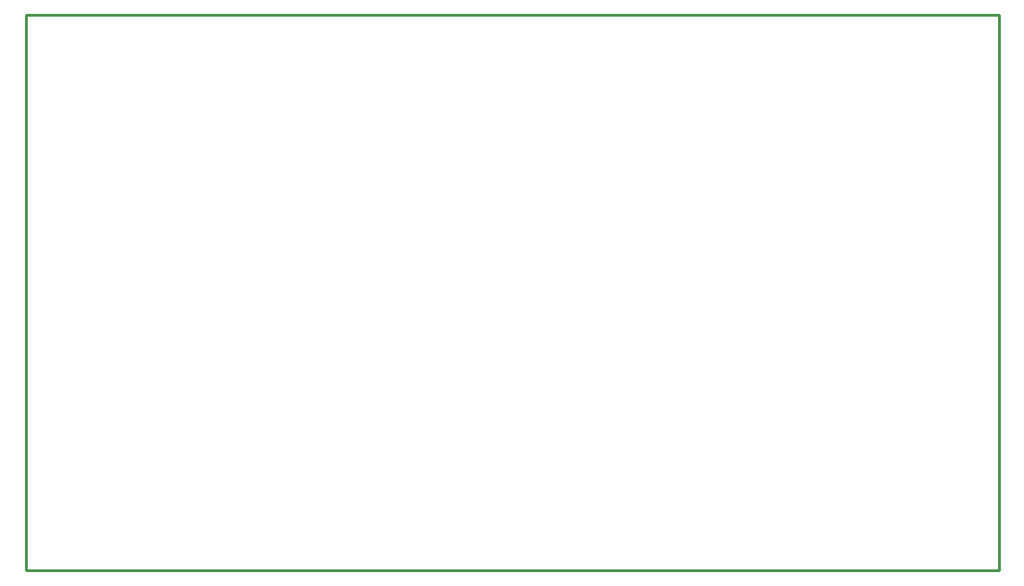
<source format=gko>
G04 Layer: BoardOutlineLayer*
G04 EasyEDA v6.5.47, 2024-12-07 11:12:44*
G04 625f1d84725144fd8e3cf26cc36712fa,1719c0b1cc1640c08589e1ebc8d41499,10*
G04 Gerber Generator version 0.2*
G04 Scale: 100 percent, Rotated: No, Reflected: No *
G04 Dimensions in millimeters *
G04 leading zeros omitted , absolute positions ,4 integer and 5 decimal *
%FSLAX45Y45*%
%MOMM*%

%ADD10C,0.2540*%
D10*
X699998Y6899986D02*
G01*
X9589980Y6899986D01*
X9589980Y1819996D01*
X699998Y1819996D01*
X699998Y6899986D01*

%LPD*%
M02*

</source>
